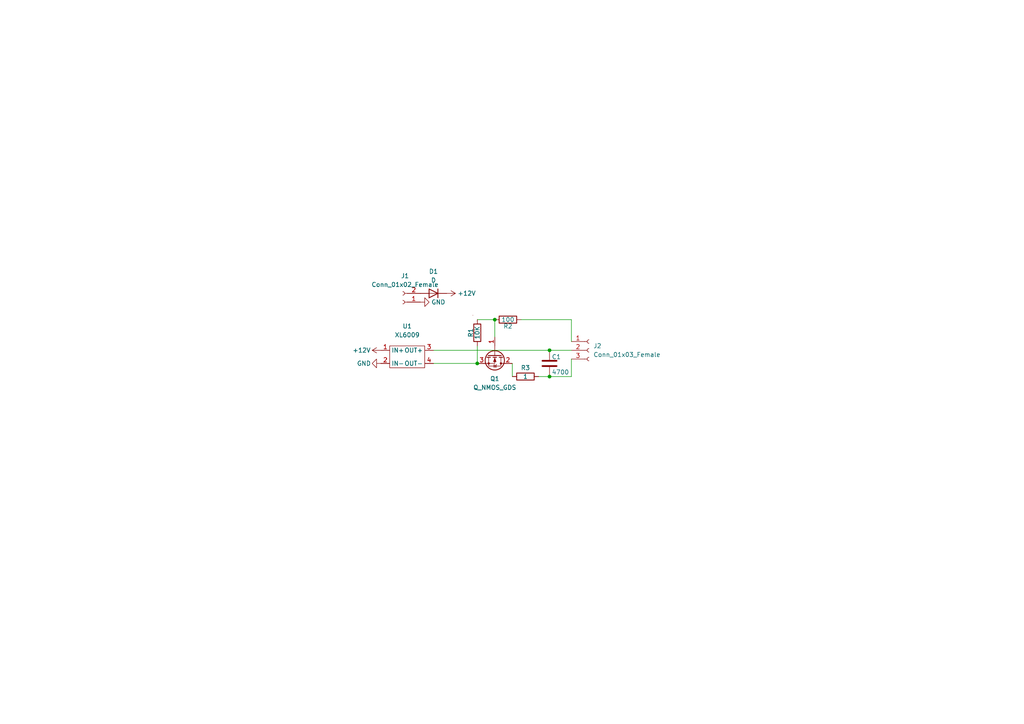
<source format=kicad_sch>
(kicad_sch (version 20211123) (generator eeschema)
  (paper "A4")
  (lib_symbols
    (symbol "Connector:Conn_01x02_Female" (pin_names (offset 1.016) hide)
      (property "Reference" "J" (at 0 2.54 0))
      (property "Value" "Conn_01x02_Female" (at 0 -5.08 0))
      (symbol "Conn_01x02_Female_1_1"
        (arc (start 0 -2.032) (mid -0.508 -2.54) (end 0 -3.048) (stroke (width 0.1524)))
        (polyline (pts (xy -1.27 -2.54) (xy -0.508 -2.54)) (stroke (width 0.1524)))
        (polyline (pts (xy -1.27 0) (xy -0.508 0)) (stroke (width 0.1524)))
        (arc (start 0 0.508) (mid -0.508 0) (end 0 -0.508) (stroke (width 0.1524)))
        (pin passive line (at -5.08 0 0) (length 3.81) (name "Pin_1") (number "1"))
        (pin passive line (at -5.08 -2.54 0) (length 3.81) (name "Pin_2") (number "2"))
      )
    )
    (symbol "Connector:Conn_01x03_Female" (pin_names (offset 1.016) hide)
      (property "Reference" "J" (at 0 5.08 0))
      (property "Value" "Conn_01x03_Female" (at 0 -5.08 0))
      (symbol "Conn_01x03_Female_1_1"
        (arc (start 0 -2.032) (mid -0.508 -2.54) (end 0 -3.048) (stroke (width 0.1524)))
        (polyline (pts (xy -1.27 -2.54) (xy -0.508 -2.54)) (stroke (width 0.1524)))
        (polyline (pts (xy -1.27 0) (xy -0.508 0)) (stroke (width 0.1524)))
        (polyline (pts (xy -1.27 2.54) (xy -0.508 2.54)) (stroke (width 0.1524)))
        (arc (start 0 0.508) (mid -0.508 0) (end 0 -0.508) (stroke (width 0.1524)))
        (arc (start 0 3.048) (mid -0.508 2.54) (end 0 2.032) (stroke (width 0.1524)))
        (pin passive line (at -5.08 2.54 0) (length 3.81) (name "Pin_1") (number "1"))
        (pin passive line (at -5.08 0 0) (length 3.81) (name "Pin_2") (number "2"))
        (pin passive line (at -5.08 -2.54 0) (length 3.81) (name "Pin_3") (number "3"))
      )
    )
    (symbol "Device:C" (pin_numbers hide) (pin_names (offset 0.254))
      (property "Reference" "C" (at 0.635 2.54 0))
      (property "Value" "C" (at 0.635 -2.54 0))
      (symbol "C_0_1"
        (polyline (pts (xy -2.032 -0.762) (xy 2.032 -0.762)) (stroke (width 0.508)))
        (polyline (pts (xy -2.032 0.762) (xy 2.032 0.762)) (stroke (width 0.508)))
      )
      (symbol "C_1_1"
        (pin passive line (at 0 3.81 270) (length 2.794) (name "~") (number "1"))
        (pin passive line (at 0 -3.81 90) (length 2.794) (name "~") (number "2"))
      )
    )
    (symbol "Device:D" (pin_numbers hide) (pin_names (offset 1.016) hide)
      (property "Reference" "D" (at 0 2.54 0))
      (property "Value" "D" (at 0 -2.54 0))
      (symbol "D_0_1"
        (polyline (pts (xy -1.27 1.27) (xy -1.27 -1.27)) (stroke (width 0.254)))
        (polyline (pts (xy 1.27 0) (xy -1.27 0)))
        (polyline (pts (xy 1.27 1.27) (xy 1.27 -1.27) (xy -1.27 0) (xy 1.27 1.27)) (stroke (width 0.254)))
      )
      (symbol "D_1_1"
        (pin passive line (at -3.81 0 0) (length 2.54) (name "K") (number "1"))
        (pin passive line (at 3.81 0 180) (length 2.54) (name "A") (number "2"))
      )
    )
    (symbol "Device:Q_NMOS_GDS" (pin_names (offset 0) hide)
      (property "Reference" "Q" (at 5.08 1.27 0))
      (property "Value" "Q_NMOS_GDS" (at 5.08 -1.27 0))
      (symbol "Q_NMOS_GDS_0_1"
        (polyline (pts (xy 0.254 0) (xy -2.54 0)))
        (polyline (pts (xy 0.254 1.905) (xy 0.254 -1.905)) (stroke (width 0.254)))
        (polyline (pts (xy 0.762 -1.27) (xy 0.762 -2.286)) (stroke (width 0.254)))
        (polyline (pts (xy 0.762 0.508) (xy 0.762 -0.508)) (stroke (width 0.254)))
        (polyline (pts (xy 0.762 2.286) (xy 0.762 1.27)) (stroke (width 0.254)))
        (polyline (pts (xy 2.54 2.54) (xy 2.54 1.778)))
        (polyline (pts (xy 2.54 -2.54) (xy 2.54 0) (xy 0.762 0)))
        (polyline (pts (xy 0.762 -1.778) (xy 3.302 -1.778) (xy 3.302 1.778) (xy 0.762 1.778)))
        (polyline (pts (xy 1.016 0) (xy 2.032 0.381) (xy 2.032 -0.381) (xy 1.016 0)) (fill (type outline)))
        (polyline (pts (xy 2.794 0.508) (xy 2.921 0.381) (xy 3.683 0.381) (xy 3.81 0.254)))
        (polyline (pts (xy 3.302 0.381) (xy 2.921 -0.254) (xy 3.683 -0.254) (xy 3.302 0.381)))
        (circle (center 1.651 0) (radius 2.794) (stroke (width 0.254)))
        (circle (center 2.54 -1.778) (radius 0.254) (fill (type outline)))
        (circle (center 2.54 1.778) (radius 0.254) (fill (type outline)))
      )
      (symbol "Q_NMOS_GDS_1_1"
        (pin input line (at -5.08 0 0) (length 2.54) (name "G") (number "1"))
        (pin passive line (at 2.54 5.08 270) (length 2.54) (name "D") (number "2"))
        (pin passive line (at 2.54 -5.08 90) (length 2.54) (name "S") (number "3"))
      )
    )
    (symbol "Device:R" (pin_numbers hide) (pin_names (offset 0))
      (property "Reference" "R" (at 2.032 0 90))
      (property "Value" "R" (at 0 0 90))
      (symbol "R_0_1"
        (rectangle (start -1.016 -2.54) (end 1.016 2.54) (stroke (width 0.254)))
      )
      (symbol "R_1_1"
        (pin passive line (at 0 3.81 270) (length 1.27) (name "~") (number "1"))
        (pin passive line (at 0 -3.81 90) (length 1.27) (name "~") (number "2"))
      )
    )
    (symbol "XL6009:XL6009"
      (property "Reference" "U" (at 0 1.27 0))
      (property "Value" "XL6009" (at 0 -1.27 0))
      (symbol "XL6009_0_1"
        (rectangle (start -5.08 -2.54) (end 5.08 -8.89))
        (rectangle (start 19.05 6.35) (end 19.05 6.35))
      )
      (symbol "XL6009_1_1"
        (pin input line (at -7.62 -3.81 0) (length 2.54) (name "IN+") (number "1"))
        (pin input line (at -7.62 -7.62 0) (length 2.54) (name "IN-") (number "2"))
        (pin input line (at 7.62 -3.81 180) (length 2.54) (name "OUT+") (number "3"))
        (pin input line (at 7.62 -7.62 180) (length 2.54) (name "OUT-") (number "4"))
      )
    )
    (symbol "power:+12V" (power) (pin_names (offset 0))
      (property "Value" "+12V" (at 0 3.556 0))
      (symbol "+12V_0_1"
        (polyline (pts (xy -0.762 1.27) (xy 0 2.54)))
        (polyline (pts (xy 0 0) (xy 0 2.54)))
        (polyline (pts (xy 0 2.54) (xy 0.762 1.27)))
      )
      (symbol "+12V_1_1"
        (pin power_in line (at 0 0 90) (length 0) hide (name "+12V") (number "1"))
      )
    )
    (symbol "power:GND" (power) (pin_names (offset 0))
      (property "Value" "GND" (at 0 -3.81 0))
      (symbol "GND_0_1"
        (polyline (pts (xy 0 0) (xy 0 -1.27) (xy 1.27 -1.27) (xy 0 -2.54) (xy -1.27 -1.27) (xy 0 -1.27)))
      )
      (symbol "GND_1_1"
        (pin power_in line (at 0 0 270) (length 0) hide (name "GND") (number "1"))
      )
    )
  )
  (junction (at 159.385 101.6))
  (junction (at 143.51 92.71))
  (junction (at 159.385 109.22))
  (junction (at 138.43 105.41))
  (wire (pts (xy 156.21 109.22) (xy 159.385 109.22)))
  (wire (pts (xy 165.735 104.14) (xy 165.735 109.22)))
  (wire (pts (xy 125.73 101.6) (xy 159.385 101.6)))
  (wire (pts (xy 159.385 101.6) (xy 165.735 101.6)))
  (wire (pts (xy 138.43 100.33) (xy 138.43 105.41)))
  (wire (pts (xy 165.735 99.06) (xy 165.735 92.71)))
  (wire (pts (xy 165.735 92.71) (xy 151.13 92.71)))
  (wire (pts (xy 125.73 105.41) (xy 138.43 105.41)))
  (wire (pts (xy 159.385 109.22) (xy 165.735 109.22)))
  (wire (pts (xy 148.59 105.41) (xy 148.59 109.22)))
  (wire (pts (xy 143.51 92.71) (xy 143.51 97.79)))
  (wire (pts (xy 138.43 92.71) (xy 143.51 92.71)))
  (symbol (lib_id "XL6009:XL6009") (at 118.11 97.79 0) (unit 1)
    (property "Reference" "U1" (at 118.11 94.615 0))
    (property "Value" "XL6009" (at 118.11 97.155 0))
    (property "Footprint" "Lib:XL6009" (effects hide))
  )
  (symbol (lib_id "Device:R") (at 147.32 92.71 270) (unit 1)
    (property "Reference" "R2" (at 147.32 94.615 90))
    (property "Value" "100" (at 147.32 92.71 90))
    (property "Footprint" "Resistor_THT:R_Axial_DIN0204_L3.6mm_D1.6mm_P5.08mm_Horizontal" (effects hide))
  )
  (symbol (lib_id "Device:C") (at 159.385 105.41 0) (unit 1)
    (property "Reference" "C1" (at 160.02 103.505 0) (effects (justify left)))
    (property "Value" "4700" (at 160.02 107.95 0) (effects (justify left)))
    (property "Footprint" "Capacitor_THT:C_Radial_D16.0mm_H31.5mm_P7.50mm" (effects hide))
  )
  (symbol (lib_id "Connector:Conn_01x03_Female") (at 170.815 101.6 0) (unit 1)
    (property "Reference" "J2" (at 172.085 100.3299 0) (effects (justify left)))
    (property "Value" "Conn_01x03_Female" (at 172.085 102.8699 0) (effects (justify left)))
    (property "Footprint" "Connector_JST:JST_XH_B3B-XH-A_1x03_P2.50mm_Vertical" (effects hide))
  )
  (symbol (lib_id "Device:Q_NMOS_GDS") (at 143.51 102.87 270) (unit 1)
    (property "Reference" "Q1" (at 143.51 109.855 90))
    (property "Value" "Q_NMOS_GDS" (at 143.51 112.395 90))
    (property "Footprint" "Lib:K15A20D" (effects hide))
  )
  (symbol (lib_id "Device:D") (at 125.73 85.09 180) (unit 1)
    (property "Reference" "D1" (at 125.73 78.74 0))
    (property "Value" "D" (at 125.73 81.28 0))
    (property "Footprint" "Diode_THT:D_DO-15_P10.16mm_Horizontal" (effects hide))
  )
  (symbol (lib_id "power:GND") (at 121.92 87.63 90) (unit 1)
    (property "Reference" "#PWR03" (effects hide))
    (property "Value" "GND" (at 125.095 87.6299 90) (effects (justify right)))
  )
  (symbol (lib_id "Connector:Conn_01x02_Female") (at 116.84 87.63 180) (unit 1)
    (property "Reference" "J1" (at 117.475 80.01 0))
    (property "Value" "Conn_01x02_Female" (at 117.475 82.55 0))
    (property "Footprint" "Connector_JST:JST_XH_B2B-XH-A_1x02_P2.50mm_Vertical" (effects hide))
  )
  (symbol (lib_id "power:+12V") (at 110.49 101.6 90) (unit 1)
    (property "Reference" "#PWR01" (effects hide))
    (property "Value" "+12V" (at 102.235 101.6 90) (effects (justify right)))
  )
  (symbol (lib_id "power:GND") (at 110.49 105.41 270) (unit 1)
    (property "Reference" "#PWR02" (effects hide))
    (property "Value" "GND" (at 103.505 105.41 90) (effects (justify left)))
  )
  (symbol (lib_id "Device:R") (at 152.4 109.22 270) (unit 1)
    (property "Reference" "R3" (at 152.4 106.68 90))
    (property "Value" "1" (at 152.4 109.22 90))
    (property "Footprint" "Lib:5W 1Ω sement" (effects hide))
  )
  (symbol (lib_id "Device:R") (at 138.43 96.52 180) (unit 1)
    (property "Reference" "R1" (at 136.525 96.52 90))
    (property "Value" "10K" (at 138.43 96.52 90))
    (property "Footprint" "Resistor_THT:R_Axial_DIN0204_L3.6mm_D1.6mm_P5.08mm_Horizontal" (effects hide))
  )
  (symbol (lib_id "power:+12V") (at 129.54 85.09 270) (unit 1)
    (property "Reference" "#PWR04" (effects hide))
    (property "Value" "+12V" (at 132.715 85.0899 90) (effects (justify left)))
  )
)
</source>
